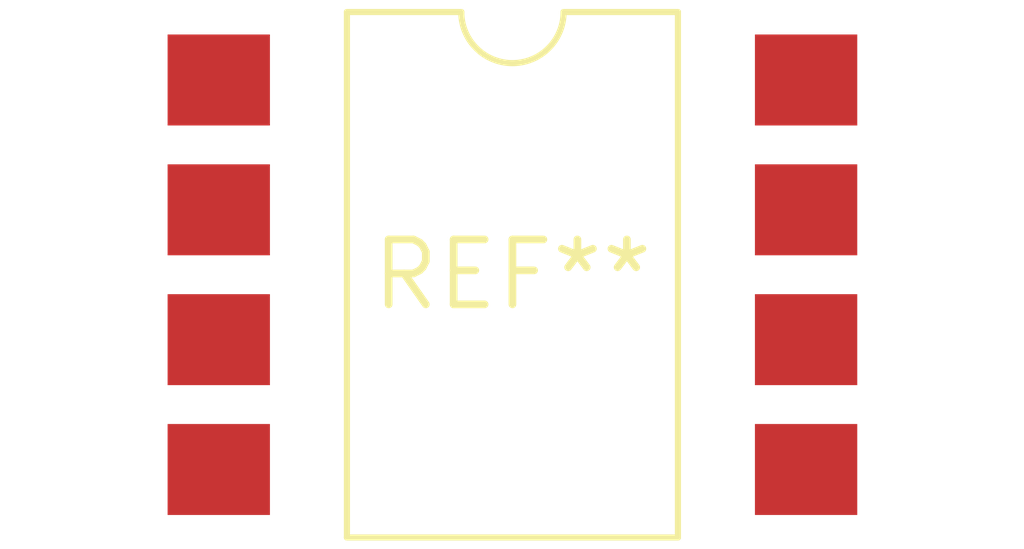
<source format=kicad_pcb>
(kicad_pcb (version 20240108) (generator pcbnew)
  (layers (0 "F.Cu" signal) (31 "B.Cu" signal) (34 "B.Paste" user) (35 "F.Paste" user) (36 "B.SilkS" user "B.Silkscreen") (37 "F.SilkS" user "F.Silkscreen") (38 "B.Mask" user) (39 "F.Mask" user) (44 "Edge.Cuts" user))
  (net 0 "")
  (footprint "SMDIP-8_W11.48mm" (layer "F.Cu") (at 0 0)
    (property "Reference" "REF**")
    (property "Value" "SMDIP-8_W11.48mm")
    (fp_line (start -3.235 -5.14) (end -3.235 5.14) (layer "F.SilkS") (stroke (width 0.12)))
    (fp_line (start -3.235 5.14) (end 3.235 5.14) (layer "F.SilkS") (stroke (width 0.12)))
    (fp_line (start -1 -5.14) (end -3.235 -5.14) (layer "F.SilkS") (stroke (width 0.12)))
    (fp_line (start 3.235 -5.14) (end 1 -5.14) (layer "F.SilkS") (stroke (width 0.12)))
    (fp_line (start 3.235 5.14) (end 3.235 -5.14) (layer "F.SilkS") (stroke (width 0.12)))
    (fp_arc (start 1 -5.14) (mid 0 -4.14) (end -1 -5.14) (layer "F.SilkS") (stroke (width 0.12)))
    (pad "1" smd rect (at -5.74 -3.81) (size 2 1.78) (layers "F.Cu" "F.Paste" "F.Mask"))
    (pad "2" smd rect (at -5.74 -1.27) (size 2 1.78) (layers "F.Cu" "F.Paste" "F.Mask"))
    (pad "3" smd rect (at -5.74 1.27) (size 2 1.78) (layers "F.Cu" "F.Paste" "F.Mask"))
    (pad "4" smd rect (at -5.74 3.81) (size 2 1.78) (layers "F.Cu" "F.Paste" "F.Mask"))
    (pad "5" smd rect (at 5.74 3.81) (size 2 1.78) (layers "F.Cu" "F.Paste" "F.Mask"))
    (pad "6" smd rect (at 5.74 1.27) (size 2 1.78) (layers "F.Cu" "F.Paste" "F.Mask"))
    (pad "7" smd rect (at 5.74 -1.27) (size 2 1.78) (layers "F.Cu" "F.Paste" "F.Mask"))
    (pad "8" smd rect (at 5.74 -3.81) (size 2 1.78) (layers "F.Cu" "F.Paste" "F.Mask"))
  )
)
</source>
